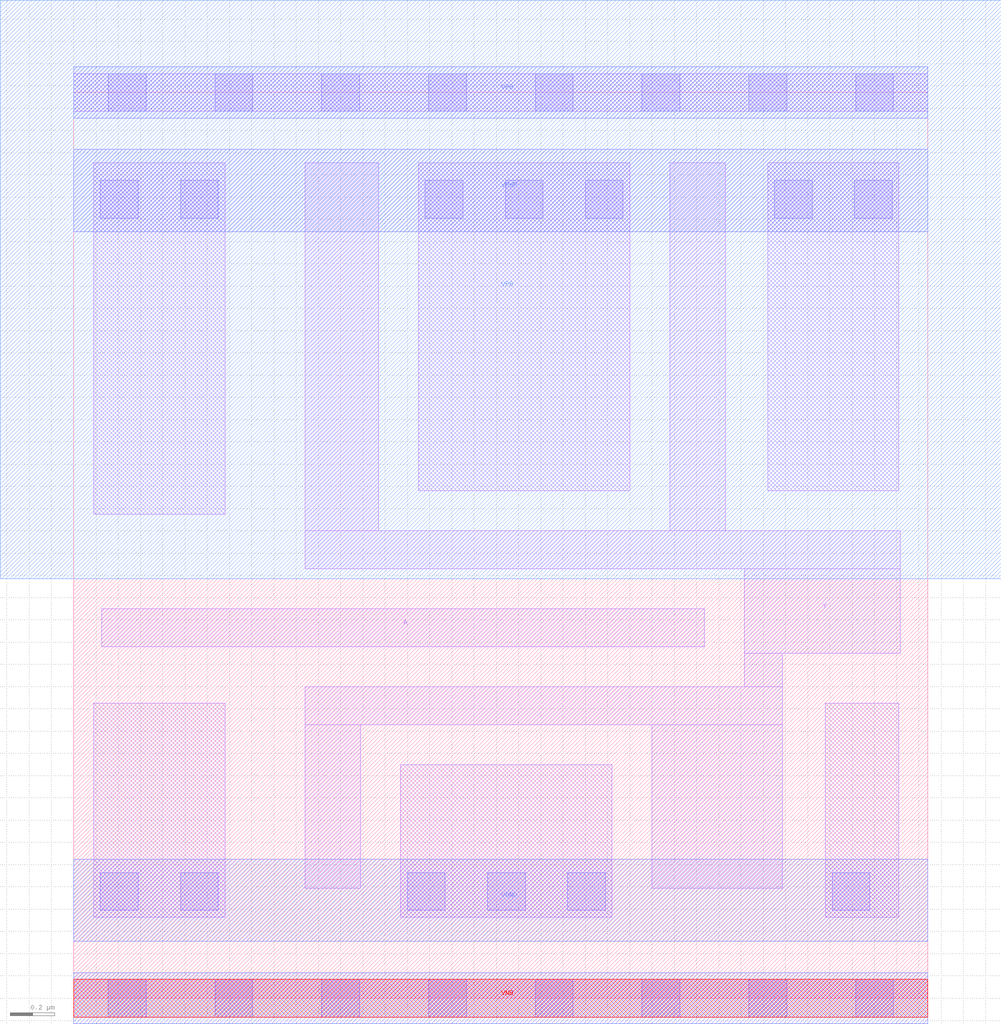
<source format=lef>
# Copyright 2020 The SkyWater PDK Authors
#
# Licensed under the Apache License, Version 2.0 (the "License");
# you may not use this file except in compliance with the License.
# You may obtain a copy of the License at
#
#     https://www.apache.org/licenses/LICENSE-2.0
#
# Unless required by applicable law or agreed to in writing, software
# distributed under the License is distributed on an "AS IS" BASIS,
# WITHOUT WARRANTIES OR CONDITIONS OF ANY KIND, either express or implied.
# See the License for the specific language governing permissions and
# limitations under the License.
#
# SPDX-License-Identifier: Apache-2.0

VERSION 5.7 ;
  NOWIREEXTENSIONATPIN ON ;
  DIVIDERCHAR "/" ;
  BUSBITCHARS "[]" ;
MACRO sky130_fd_sc_hvl__inv_4
  CLASS CORE ;
  FOREIGN sky130_fd_sc_hvl__inv_4 ;
  ORIGIN  0.000000  0.000000 ;
  SIZE  3.840000 BY  4.070000 ;
  SYMMETRY X Y ;
  SITE unithv ;
  PIN A
    ANTENNAGATEAREA  4.500000 ;
    DIRECTION INPUT ;
    USE SIGNAL ;
    PORT
      LAYER li1 ;
        RECT 0.125000 1.580000 2.835000 1.750000 ;
    END
  END A
  PIN Y
    ANTENNADIFFAREA  1.260000 ;
    DIRECTION OUTPUT ;
    USE SIGNAL ;
    PORT
      LAYER li1 ;
        RECT 1.040000 0.495000 1.290000 1.230000 ;
        RECT 1.040000 1.230000 3.185000 1.400000 ;
        RECT 1.040000 1.930000 3.715000 2.100000 ;
        RECT 1.040000 2.100000 1.370000 3.755000 ;
        RECT 2.600000 0.495000 3.185000 1.230000 ;
        RECT 2.680000 2.100000 2.930000 3.755000 ;
        RECT 3.015000 1.400000 3.185000 1.550000 ;
        RECT 3.015000 1.550000 3.715000 1.930000 ;
    END
  END Y
  PIN VGND
    DIRECTION INOUT ;
    USE GROUND ;
    PORT
      LAYER met1 ;
        RECT 0.000000 0.255000 3.840000 0.625000 ;
    END
  END VGND
  PIN VNB
    DIRECTION INOUT ;
    USE GROUND ;
    PORT
      LAYER met1 ;
        RECT 0.000000 -0.115000 3.840000 0.115000 ;
      LAYER pwell ;
        RECT 0.000000 -0.085000 3.840000 0.085000 ;
    END
  END VNB
  PIN VPB
    DIRECTION INOUT ;
    USE POWER ;
    PORT
      LAYER met1 ;
        RECT 0.000000 3.955000 3.840000 4.185000 ;
      LAYER nwell ;
        RECT -0.330000 1.885000 4.170000 4.485000 ;
    END
  END VPB
  PIN VPWR
    DIRECTION INOUT ;
    USE POWER ;
    PORT
      LAYER met1 ;
        RECT 0.000000 3.445000 3.840000 3.815000 ;
    END
  END VPWR
  OBS
    LAYER li1 ;
      RECT 0.000000 -0.085000 3.840000 0.085000 ;
      RECT 0.000000  3.985000 3.840000 4.155000 ;
      RECT 0.090000  0.365000 0.680000 1.325000 ;
      RECT 0.090000  2.175000 0.680000 3.755000 ;
      RECT 1.470000  0.365000 2.420000 1.050000 ;
      RECT 1.550000  2.280000 2.500000 3.755000 ;
      RECT 3.120000  2.280000 3.710000 3.755000 ;
      RECT 3.380000  0.365000 3.710000 1.325000 ;
    LAYER mcon ;
      RECT 0.120000  0.395000 0.290000 0.565000 ;
      RECT 0.120000  3.505000 0.290000 3.675000 ;
      RECT 0.155000 -0.085000 0.325000 0.085000 ;
      RECT 0.155000  3.985000 0.325000 4.155000 ;
      RECT 0.480000  0.395000 0.650000 0.565000 ;
      RECT 0.480000  3.505000 0.650000 3.675000 ;
      RECT 0.635000 -0.085000 0.805000 0.085000 ;
      RECT 0.635000  3.985000 0.805000 4.155000 ;
      RECT 1.115000 -0.085000 1.285000 0.085000 ;
      RECT 1.115000  3.985000 1.285000 4.155000 ;
      RECT 1.500000  0.395000 1.670000 0.565000 ;
      RECT 1.580000  3.505000 1.750000 3.675000 ;
      RECT 1.595000 -0.085000 1.765000 0.085000 ;
      RECT 1.595000  3.985000 1.765000 4.155000 ;
      RECT 1.860000  0.395000 2.030000 0.565000 ;
      RECT 1.940000  3.505000 2.110000 3.675000 ;
      RECT 2.075000 -0.085000 2.245000 0.085000 ;
      RECT 2.075000  3.985000 2.245000 4.155000 ;
      RECT 2.220000  0.395000 2.390000 0.565000 ;
      RECT 2.300000  3.505000 2.470000 3.675000 ;
      RECT 2.555000 -0.085000 2.725000 0.085000 ;
      RECT 2.555000  3.985000 2.725000 4.155000 ;
      RECT 3.035000 -0.085000 3.205000 0.085000 ;
      RECT 3.035000  3.985000 3.205000 4.155000 ;
      RECT 3.150000  3.505000 3.320000 3.675000 ;
      RECT 3.410000  0.395000 3.580000 0.565000 ;
      RECT 3.510000  3.505000 3.680000 3.675000 ;
      RECT 3.515000 -0.085000 3.685000 0.085000 ;
      RECT 3.515000  3.985000 3.685000 4.155000 ;
  END
END sky130_fd_sc_hvl__inv_4
END LIBRARY

</source>
